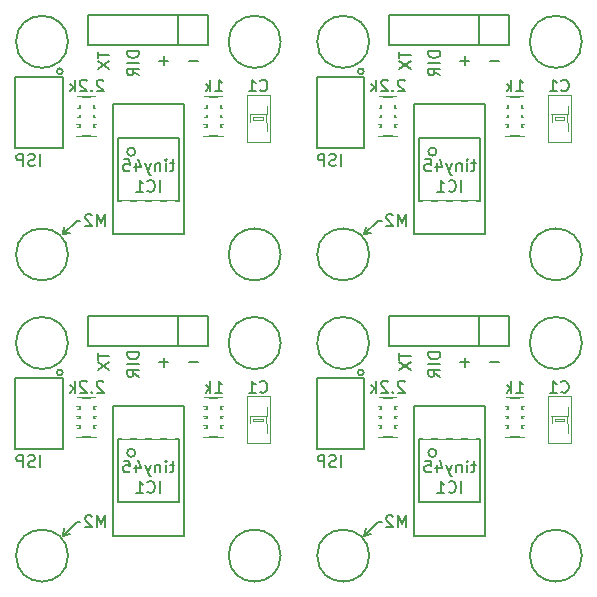
<source format=gbo>
G04 (created by PCBNEW (2013-03-02 BZR 3981)-testing) date Fri 08 Mar 2013 02:07:52 AM CET*
%MOIN*%
G04 Gerber Fmt 3.4, Leading zero omitted, Abs format*
%FSLAX34Y34*%
G01*
G70*
G90*
G04 APERTURE LIST*
%ADD10C,3.14961e-06*%
%ADD11C,0.00787402*%
%ADD12C,0.0019685*%
%ADD13C,0.00393701*%
%ADD14C,0.0026*%
%ADD15C,0.002*%
%ADD16C,0.004*%
%ADD17C,0.00590551*%
%ADD18C,0.019685*%
%ADD19C,0.0688976*%
%ADD20O,0.167323X0.167323*%
%ADD21C,0.0984252*%
%ADD22R,0.0511811X0.0511811*%
%ADD23C,0.0511811*%
%ADD24R,0.0649606X0.0649606*%
%ADD25C,0.0649606*%
%ADD26R,0.0275591X0.0866142*%
%ADD27R,0.059X0.0511*%
%ADD28R,0.0393701X0.0255906*%
%ADD29R,0.0393701X0.019685*%
G04 APERTURE END LIST*
G54D10*
G54D11*
X45359Y-18223D02*
X45209Y-18223D01*
X45303Y-18092D02*
X45303Y-18429D01*
X45284Y-18467D01*
X45247Y-18486D01*
X45209Y-18486D01*
X45078Y-18486D02*
X45078Y-18223D01*
X45078Y-18092D02*
X45097Y-18111D01*
X45078Y-18129D01*
X45059Y-18111D01*
X45078Y-18092D01*
X45078Y-18129D01*
X44891Y-18223D02*
X44891Y-18486D01*
X44891Y-18261D02*
X44872Y-18242D01*
X44835Y-18223D01*
X44778Y-18223D01*
X44741Y-18242D01*
X44722Y-18279D01*
X44722Y-18486D01*
X44572Y-18223D02*
X44478Y-18486D01*
X44385Y-18223D02*
X44478Y-18486D01*
X44516Y-18579D01*
X44535Y-18598D01*
X44572Y-18617D01*
X44066Y-18223D02*
X44066Y-18486D01*
X44160Y-18073D02*
X44253Y-18354D01*
X44010Y-18354D01*
X43672Y-18092D02*
X43860Y-18092D01*
X43878Y-18279D01*
X43860Y-18261D01*
X43822Y-18242D01*
X43728Y-18242D01*
X43691Y-18261D01*
X43672Y-18279D01*
X43653Y-18317D01*
X43653Y-18411D01*
X43672Y-18448D01*
X43691Y-18467D01*
X43728Y-18486D01*
X43822Y-18486D01*
X43860Y-18467D01*
X43878Y-18448D01*
X42106Y-20137D02*
X42224Y-20137D01*
X41633Y-20590D02*
X42106Y-20137D01*
X41633Y-20590D02*
X41870Y-20531D01*
X41633Y-20590D02*
X41692Y-20354D01*
X43035Y-20316D02*
X43035Y-19923D01*
X42904Y-20204D01*
X42772Y-19923D01*
X42772Y-20316D01*
X42604Y-19960D02*
X42585Y-19941D01*
X42547Y-19923D01*
X42454Y-19923D01*
X42416Y-19941D01*
X42397Y-19960D01*
X42379Y-19998D01*
X42379Y-20035D01*
X42397Y-20091D01*
X42622Y-20316D01*
X42379Y-20316D01*
X45834Y-14812D02*
X46134Y-14812D01*
X44850Y-14812D02*
X45149Y-14812D01*
X45000Y-14962D02*
X45000Y-14662D01*
X42797Y-14503D02*
X42797Y-14728D01*
X43190Y-14615D02*
X42797Y-14615D01*
X42797Y-14821D02*
X43190Y-15084D01*
X42797Y-15084D02*
X43190Y-14821D01*
X44175Y-14488D02*
X43781Y-14488D01*
X43781Y-14581D01*
X43800Y-14638D01*
X43837Y-14675D01*
X43875Y-14694D01*
X43950Y-14713D01*
X44006Y-14713D01*
X44081Y-14694D01*
X44118Y-14675D01*
X44156Y-14638D01*
X44175Y-14581D01*
X44175Y-14488D01*
X44175Y-14881D02*
X43781Y-14881D01*
X44175Y-15294D02*
X43987Y-15163D01*
X44175Y-15069D02*
X43781Y-15069D01*
X43781Y-15219D01*
X43800Y-15256D01*
X43818Y-15275D01*
X43856Y-15294D01*
X43912Y-15294D01*
X43950Y-15275D01*
X43968Y-15256D01*
X43987Y-15219D01*
X43987Y-15069D01*
X34135Y-14488D02*
X33742Y-14488D01*
X33742Y-14581D01*
X33760Y-14638D01*
X33798Y-14675D01*
X33835Y-14694D01*
X33910Y-14713D01*
X33967Y-14713D01*
X34041Y-14694D01*
X34079Y-14675D01*
X34116Y-14638D01*
X34135Y-14581D01*
X34135Y-14488D01*
X34135Y-14881D02*
X33742Y-14881D01*
X34135Y-15294D02*
X33948Y-15163D01*
X34135Y-15069D02*
X33742Y-15069D01*
X33742Y-15219D01*
X33760Y-15256D01*
X33779Y-15275D01*
X33817Y-15294D01*
X33873Y-15294D01*
X33910Y-15275D01*
X33929Y-15256D01*
X33948Y-15219D01*
X33948Y-15069D01*
X32757Y-14503D02*
X32757Y-14728D01*
X33151Y-14615D02*
X32757Y-14615D01*
X32757Y-14821D02*
X33151Y-15084D01*
X32757Y-15084D02*
X33151Y-14821D01*
X34810Y-14812D02*
X35110Y-14812D01*
X34960Y-14962D02*
X34960Y-14662D01*
X35794Y-14812D02*
X36094Y-14812D01*
X32995Y-20316D02*
X32995Y-19923D01*
X32864Y-20204D01*
X32733Y-19923D01*
X32733Y-20316D01*
X32564Y-19960D02*
X32545Y-19941D01*
X32508Y-19923D01*
X32414Y-19923D01*
X32377Y-19941D01*
X32358Y-19960D01*
X32339Y-19998D01*
X32339Y-20035D01*
X32358Y-20091D01*
X32583Y-20316D01*
X32339Y-20316D01*
X31594Y-20590D02*
X31653Y-20354D01*
X31594Y-20590D02*
X31830Y-20531D01*
X31594Y-20590D02*
X32066Y-20137D01*
X32066Y-20137D02*
X32185Y-20137D01*
X35320Y-18223D02*
X35170Y-18223D01*
X35264Y-18092D02*
X35264Y-18429D01*
X35245Y-18467D01*
X35208Y-18486D01*
X35170Y-18486D01*
X35039Y-18486D02*
X35039Y-18223D01*
X35039Y-18092D02*
X35058Y-18111D01*
X35039Y-18129D01*
X35020Y-18111D01*
X35039Y-18092D01*
X35039Y-18129D01*
X34851Y-18223D02*
X34851Y-18486D01*
X34851Y-18261D02*
X34833Y-18242D01*
X34795Y-18223D01*
X34739Y-18223D01*
X34701Y-18242D01*
X34683Y-18279D01*
X34683Y-18486D01*
X34533Y-18223D02*
X34439Y-18486D01*
X34345Y-18223D02*
X34439Y-18486D01*
X34476Y-18579D01*
X34495Y-18598D01*
X34533Y-18617D01*
X34026Y-18223D02*
X34026Y-18486D01*
X34120Y-18073D02*
X34214Y-18354D01*
X33970Y-18354D01*
X33633Y-18092D02*
X33820Y-18092D01*
X33839Y-18279D01*
X33820Y-18261D01*
X33783Y-18242D01*
X33689Y-18242D01*
X33652Y-18261D01*
X33633Y-18279D01*
X33614Y-18317D01*
X33614Y-18411D01*
X33633Y-18448D01*
X33652Y-18467D01*
X33689Y-18486D01*
X33783Y-18486D01*
X33820Y-18467D01*
X33839Y-18448D01*
X35320Y-28263D02*
X35170Y-28263D01*
X35264Y-28131D02*
X35264Y-28469D01*
X35245Y-28506D01*
X35208Y-28525D01*
X35170Y-28525D01*
X35039Y-28525D02*
X35039Y-28263D01*
X35039Y-28131D02*
X35058Y-28150D01*
X35039Y-28169D01*
X35020Y-28150D01*
X35039Y-28131D01*
X35039Y-28169D01*
X34851Y-28263D02*
X34851Y-28525D01*
X34851Y-28300D02*
X34833Y-28281D01*
X34795Y-28263D01*
X34739Y-28263D01*
X34701Y-28281D01*
X34683Y-28319D01*
X34683Y-28525D01*
X34533Y-28263D02*
X34439Y-28525D01*
X34345Y-28263D02*
X34439Y-28525D01*
X34476Y-28619D01*
X34495Y-28637D01*
X34533Y-28656D01*
X34026Y-28263D02*
X34026Y-28525D01*
X34120Y-28113D02*
X34214Y-28394D01*
X33970Y-28394D01*
X33633Y-28131D02*
X33820Y-28131D01*
X33839Y-28319D01*
X33820Y-28300D01*
X33783Y-28281D01*
X33689Y-28281D01*
X33652Y-28300D01*
X33633Y-28319D01*
X33614Y-28356D01*
X33614Y-28450D01*
X33633Y-28488D01*
X33652Y-28506D01*
X33689Y-28525D01*
X33783Y-28525D01*
X33820Y-28506D01*
X33839Y-28488D01*
X32066Y-30177D02*
X32185Y-30177D01*
X31594Y-30629D02*
X32066Y-30177D01*
X31594Y-30629D02*
X31830Y-30570D01*
X31594Y-30629D02*
X31653Y-30393D01*
X32995Y-30356D02*
X32995Y-29962D01*
X32864Y-30243D01*
X32733Y-29962D01*
X32733Y-30356D01*
X32564Y-30000D02*
X32545Y-29981D01*
X32508Y-29962D01*
X32414Y-29962D01*
X32377Y-29981D01*
X32358Y-30000D01*
X32339Y-30037D01*
X32339Y-30074D01*
X32358Y-30131D01*
X32583Y-30356D01*
X32339Y-30356D01*
X35794Y-24851D02*
X36094Y-24851D01*
X34810Y-24851D02*
X35110Y-24851D01*
X34960Y-25001D02*
X34960Y-24701D01*
X32757Y-24542D02*
X32757Y-24767D01*
X33151Y-24655D02*
X32757Y-24655D01*
X32757Y-24861D02*
X33151Y-25123D01*
X32757Y-25123D02*
X33151Y-24861D01*
X34135Y-24527D02*
X33742Y-24527D01*
X33742Y-24621D01*
X33760Y-24677D01*
X33798Y-24715D01*
X33835Y-24733D01*
X33910Y-24752D01*
X33967Y-24752D01*
X34041Y-24733D01*
X34079Y-24715D01*
X34116Y-24677D01*
X34135Y-24621D01*
X34135Y-24527D01*
X34135Y-24921D02*
X33742Y-24921D01*
X34135Y-25333D02*
X33948Y-25202D01*
X34135Y-25108D02*
X33742Y-25108D01*
X33742Y-25258D01*
X33760Y-25296D01*
X33779Y-25314D01*
X33817Y-25333D01*
X33873Y-25333D01*
X33910Y-25314D01*
X33929Y-25296D01*
X33948Y-25258D01*
X33948Y-25108D01*
X44175Y-24527D02*
X43781Y-24527D01*
X43781Y-24621D01*
X43800Y-24677D01*
X43837Y-24715D01*
X43875Y-24733D01*
X43950Y-24752D01*
X44006Y-24752D01*
X44081Y-24733D01*
X44118Y-24715D01*
X44156Y-24677D01*
X44175Y-24621D01*
X44175Y-24527D01*
X44175Y-24921D02*
X43781Y-24921D01*
X44175Y-25333D02*
X43987Y-25202D01*
X44175Y-25108D02*
X43781Y-25108D01*
X43781Y-25258D01*
X43800Y-25296D01*
X43818Y-25314D01*
X43856Y-25333D01*
X43912Y-25333D01*
X43950Y-25314D01*
X43968Y-25296D01*
X43987Y-25258D01*
X43987Y-25108D01*
X42797Y-24542D02*
X42797Y-24767D01*
X43190Y-24655D02*
X42797Y-24655D01*
X42797Y-24861D02*
X43190Y-25123D01*
X42797Y-25123D02*
X43190Y-24861D01*
X44850Y-24851D02*
X45149Y-24851D01*
X45000Y-25001D02*
X45000Y-24701D01*
X45834Y-24851D02*
X46134Y-24851D01*
X43035Y-30356D02*
X43035Y-29962D01*
X42904Y-30243D01*
X42772Y-29962D01*
X42772Y-30356D01*
X42604Y-30000D02*
X42585Y-29981D01*
X42547Y-29962D01*
X42454Y-29962D01*
X42416Y-29981D01*
X42397Y-30000D01*
X42379Y-30037D01*
X42379Y-30074D01*
X42397Y-30131D01*
X42622Y-30356D01*
X42379Y-30356D01*
X41633Y-30629D02*
X41692Y-30393D01*
X41633Y-30629D02*
X41870Y-30570D01*
X41633Y-30629D02*
X42106Y-30177D01*
X42106Y-30177D02*
X42224Y-30177D01*
X45359Y-28263D02*
X45209Y-28263D01*
X45303Y-28131D02*
X45303Y-28469D01*
X45284Y-28506D01*
X45247Y-28525D01*
X45209Y-28525D01*
X45078Y-28525D02*
X45078Y-28263D01*
X45078Y-28131D02*
X45097Y-28150D01*
X45078Y-28169D01*
X45059Y-28150D01*
X45078Y-28131D01*
X45078Y-28169D01*
X44891Y-28263D02*
X44891Y-28525D01*
X44891Y-28300D02*
X44872Y-28281D01*
X44835Y-28263D01*
X44778Y-28263D01*
X44741Y-28281D01*
X44722Y-28319D01*
X44722Y-28525D01*
X44572Y-28263D02*
X44478Y-28525D01*
X44385Y-28263D02*
X44478Y-28525D01*
X44516Y-28619D01*
X44535Y-28637D01*
X44572Y-28656D01*
X44066Y-28263D02*
X44066Y-28525D01*
X44160Y-28113D02*
X44253Y-28394D01*
X44010Y-28394D01*
X43672Y-28131D02*
X43860Y-28131D01*
X43878Y-28319D01*
X43860Y-28300D01*
X43822Y-28281D01*
X43728Y-28281D01*
X43691Y-28300D01*
X43672Y-28319D01*
X43653Y-28356D01*
X43653Y-28450D01*
X43672Y-28488D01*
X43691Y-28506D01*
X43728Y-28525D01*
X43822Y-28525D01*
X43860Y-28506D01*
X43878Y-28488D01*
X48897Y-21259D02*
G75*
G03X48897Y-21259I-866J0D01*
G74*
G01*
X41811Y-21259D02*
G75*
G03X41811Y-21259I-866J0D01*
G74*
G01*
X41811Y-14173D02*
G75*
G03X41811Y-14173I-866J0D01*
G74*
G01*
X48899Y-14173D02*
G75*
G03X48899Y-14173I-868J0D01*
G74*
G01*
G54D12*
X41141Y-17224D02*
X41141Y-17421D01*
X41141Y-17421D02*
X41338Y-17421D01*
X41338Y-17421D02*
X41338Y-17224D01*
X41338Y-17224D02*
X41141Y-17224D01*
X41141Y-16437D02*
X41141Y-16633D01*
X41141Y-16633D02*
X41338Y-16633D01*
X41338Y-16633D02*
X41338Y-16437D01*
X41338Y-16437D02*
X41141Y-16437D01*
X41141Y-15649D02*
X41141Y-15846D01*
X41141Y-15846D02*
X41338Y-15846D01*
X41338Y-15846D02*
X41338Y-15649D01*
X41338Y-15649D02*
X41141Y-15649D01*
X40354Y-17224D02*
X40354Y-17421D01*
X40354Y-17421D02*
X40551Y-17421D01*
X40551Y-17421D02*
X40551Y-17224D01*
X40551Y-17224D02*
X40354Y-17224D01*
X40354Y-16437D02*
X40354Y-16633D01*
X40354Y-16633D02*
X40551Y-16633D01*
X40551Y-16633D02*
X40551Y-16437D01*
X40551Y-16437D02*
X40354Y-16437D01*
X40354Y-15649D02*
X40354Y-15846D01*
X40354Y-15846D02*
X40551Y-15846D01*
X40551Y-15846D02*
X40551Y-15649D01*
X40551Y-15649D02*
X40354Y-15649D01*
G54D11*
X41633Y-15157D02*
G75*
G03X41633Y-15157I-98J0D01*
G74*
G01*
X40059Y-15354D02*
X40059Y-17716D01*
X40059Y-17716D02*
X41633Y-17716D01*
X41633Y-17716D02*
X41633Y-15354D01*
X41633Y-15354D02*
X40059Y-15354D01*
X45488Y-14279D02*
X45488Y-13279D01*
X46488Y-14279D02*
X42488Y-14279D01*
X42488Y-14279D02*
X42488Y-13279D01*
X42488Y-13279D02*
X46488Y-13279D01*
X46488Y-13279D02*
X46488Y-14279D01*
X44055Y-17834D02*
G75*
G03X44055Y-17834I-137J0D01*
G74*
G01*
X43307Y-20590D02*
X45669Y-20590D01*
X45669Y-20590D02*
X45669Y-16259D01*
X45669Y-16259D02*
X43307Y-16259D01*
X43307Y-16259D02*
X43307Y-20590D01*
G54D13*
X43813Y-17375D02*
X43813Y-16825D01*
X43813Y-16825D02*
X43663Y-16825D01*
X43663Y-16825D02*
X43663Y-17375D01*
X44313Y-17375D02*
X44313Y-16825D01*
X44313Y-16825D02*
X44163Y-16825D01*
X44163Y-16825D02*
X44163Y-17375D01*
X44813Y-17375D02*
X44813Y-16825D01*
X44813Y-16825D02*
X44663Y-16825D01*
X44663Y-16825D02*
X44663Y-17375D01*
X45313Y-17375D02*
X45313Y-16825D01*
X45313Y-16825D02*
X45163Y-16825D01*
X45163Y-16825D02*
X45163Y-17375D01*
X43663Y-19475D02*
X43663Y-20025D01*
X43663Y-20025D02*
X43813Y-20025D01*
X43813Y-20025D02*
X43813Y-19475D01*
X44163Y-19475D02*
X44163Y-20025D01*
X44163Y-20025D02*
X44313Y-20025D01*
X44313Y-20025D02*
X44313Y-19475D01*
X44663Y-19475D02*
X44663Y-20025D01*
X44663Y-20025D02*
X44813Y-20025D01*
X44813Y-20025D02*
X44813Y-19475D01*
X45163Y-20025D02*
X45313Y-20025D01*
X45163Y-19475D02*
X45163Y-20025D01*
X45313Y-20025D02*
X45313Y-19475D01*
G54D11*
X45511Y-19468D02*
X45511Y-17381D01*
X45511Y-17381D02*
X43464Y-17381D01*
X43464Y-17381D02*
X43464Y-19468D01*
X43464Y-19468D02*
X45511Y-19468D01*
G54D14*
X47864Y-17161D02*
X47864Y-16866D01*
X47864Y-16866D02*
X48434Y-16866D01*
X48434Y-17161D02*
X48434Y-16866D01*
X47864Y-17161D02*
X48434Y-17161D01*
X47864Y-16592D02*
X47864Y-16297D01*
X47864Y-16297D02*
X48434Y-16297D01*
X48434Y-16592D02*
X48434Y-16297D01*
X47864Y-16592D02*
X48434Y-16592D01*
X47992Y-16771D02*
X47992Y-16693D01*
X47992Y-16693D02*
X48306Y-16693D01*
X48306Y-16771D02*
X48306Y-16693D01*
X47992Y-16771D02*
X48306Y-16771D01*
G54D15*
X48536Y-17508D02*
X48536Y-15956D01*
X47762Y-15956D02*
X47762Y-17508D01*
X47762Y-17508D02*
X48536Y-17508D01*
G54D16*
X48408Y-16882D02*
X48408Y-16582D01*
X47890Y-16872D02*
X47890Y-16582D01*
G54D15*
X48536Y-15956D02*
X47762Y-15956D01*
G54D17*
X46358Y-16259D02*
X46358Y-16003D01*
X46358Y-16594D02*
X46358Y-16397D01*
X46358Y-16909D02*
X46358Y-16712D01*
X46358Y-17303D02*
X46358Y-17047D01*
X46988Y-16259D02*
X46988Y-16003D01*
X46988Y-16594D02*
X46988Y-16397D01*
X46988Y-16909D02*
X46988Y-16712D01*
X46988Y-17303D02*
X46988Y-17047D01*
X46358Y-16397D02*
X46437Y-16397D01*
X46437Y-16397D02*
X46437Y-16259D01*
X46437Y-16259D02*
X46358Y-16259D01*
X46358Y-16712D02*
X46437Y-16712D01*
X46437Y-16712D02*
X46437Y-16594D01*
X46437Y-16594D02*
X46358Y-16594D01*
X46358Y-17047D02*
X46437Y-17047D01*
X46437Y-17047D02*
X46437Y-16909D01*
X46437Y-16909D02*
X46358Y-16909D01*
X46988Y-16397D02*
X46909Y-16397D01*
X46909Y-16397D02*
X46909Y-16259D01*
X46909Y-16259D02*
X46988Y-16259D01*
X46988Y-16712D02*
X46909Y-16712D01*
X46909Y-16712D02*
X46909Y-16594D01*
X46909Y-16594D02*
X46988Y-16594D01*
X46988Y-17047D02*
X46909Y-17047D01*
X46909Y-17047D02*
X46909Y-16909D01*
X46909Y-16909D02*
X46988Y-16909D01*
X46988Y-16003D02*
X46358Y-16003D01*
X46358Y-17303D02*
X46988Y-17303D01*
X42755Y-17047D02*
X42755Y-17303D01*
X42755Y-16712D02*
X42755Y-16909D01*
X42755Y-16397D02*
X42755Y-16594D01*
X42755Y-16003D02*
X42755Y-16259D01*
X42125Y-17047D02*
X42125Y-17303D01*
X42125Y-16712D02*
X42125Y-16909D01*
X42125Y-16397D02*
X42125Y-16594D01*
X42125Y-16003D02*
X42125Y-16259D01*
X42755Y-16909D02*
X42677Y-16909D01*
X42677Y-16909D02*
X42677Y-17047D01*
X42677Y-17047D02*
X42755Y-17047D01*
X42755Y-16594D02*
X42677Y-16594D01*
X42677Y-16594D02*
X42677Y-16712D01*
X42677Y-16712D02*
X42755Y-16712D01*
X42755Y-16259D02*
X42677Y-16259D01*
X42677Y-16259D02*
X42677Y-16397D01*
X42677Y-16397D02*
X42755Y-16397D01*
X42125Y-16909D02*
X42204Y-16909D01*
X42204Y-16909D02*
X42204Y-17047D01*
X42204Y-17047D02*
X42125Y-17047D01*
X42125Y-16594D02*
X42204Y-16594D01*
X42204Y-16594D02*
X42204Y-16712D01*
X42204Y-16712D02*
X42125Y-16712D01*
X42125Y-16259D02*
X42204Y-16259D01*
X42204Y-16259D02*
X42204Y-16397D01*
X42204Y-16397D02*
X42125Y-16397D01*
X42125Y-17303D02*
X42755Y-17303D01*
X42755Y-16003D02*
X42125Y-16003D01*
X32716Y-17047D02*
X32716Y-17303D01*
X32716Y-16712D02*
X32716Y-16909D01*
X32716Y-16397D02*
X32716Y-16594D01*
X32716Y-16003D02*
X32716Y-16259D01*
X32086Y-17047D02*
X32086Y-17303D01*
X32086Y-16712D02*
X32086Y-16909D01*
X32086Y-16397D02*
X32086Y-16594D01*
X32086Y-16003D02*
X32086Y-16259D01*
X32716Y-16909D02*
X32637Y-16909D01*
X32637Y-16909D02*
X32637Y-17047D01*
X32637Y-17047D02*
X32716Y-17047D01*
X32716Y-16594D02*
X32637Y-16594D01*
X32637Y-16594D02*
X32637Y-16712D01*
X32637Y-16712D02*
X32716Y-16712D01*
X32716Y-16259D02*
X32637Y-16259D01*
X32637Y-16259D02*
X32637Y-16397D01*
X32637Y-16397D02*
X32716Y-16397D01*
X32086Y-16909D02*
X32165Y-16909D01*
X32165Y-16909D02*
X32165Y-17047D01*
X32165Y-17047D02*
X32086Y-17047D01*
X32086Y-16594D02*
X32165Y-16594D01*
X32165Y-16594D02*
X32165Y-16712D01*
X32165Y-16712D02*
X32086Y-16712D01*
X32086Y-16259D02*
X32165Y-16259D01*
X32165Y-16259D02*
X32165Y-16397D01*
X32165Y-16397D02*
X32086Y-16397D01*
X32086Y-17303D02*
X32716Y-17303D01*
X32716Y-16003D02*
X32086Y-16003D01*
X36318Y-16259D02*
X36318Y-16003D01*
X36318Y-16594D02*
X36318Y-16397D01*
X36318Y-16909D02*
X36318Y-16712D01*
X36318Y-17303D02*
X36318Y-17047D01*
X36948Y-16259D02*
X36948Y-16003D01*
X36948Y-16594D02*
X36948Y-16397D01*
X36948Y-16909D02*
X36948Y-16712D01*
X36948Y-17303D02*
X36948Y-17047D01*
X36318Y-16397D02*
X36397Y-16397D01*
X36397Y-16397D02*
X36397Y-16259D01*
X36397Y-16259D02*
X36318Y-16259D01*
X36318Y-16712D02*
X36397Y-16712D01*
X36397Y-16712D02*
X36397Y-16594D01*
X36397Y-16594D02*
X36318Y-16594D01*
X36318Y-17047D02*
X36397Y-17047D01*
X36397Y-17047D02*
X36397Y-16909D01*
X36397Y-16909D02*
X36318Y-16909D01*
X36948Y-16397D02*
X36870Y-16397D01*
X36870Y-16397D02*
X36870Y-16259D01*
X36870Y-16259D02*
X36948Y-16259D01*
X36948Y-16712D02*
X36870Y-16712D01*
X36870Y-16712D02*
X36870Y-16594D01*
X36870Y-16594D02*
X36948Y-16594D01*
X36948Y-17047D02*
X36870Y-17047D01*
X36870Y-17047D02*
X36870Y-16909D01*
X36870Y-16909D02*
X36948Y-16909D01*
X36948Y-16003D02*
X36318Y-16003D01*
X36318Y-17303D02*
X36948Y-17303D01*
G54D14*
X37825Y-17161D02*
X37825Y-16866D01*
X37825Y-16866D02*
X38395Y-16866D01*
X38395Y-17161D02*
X38395Y-16866D01*
X37825Y-17161D02*
X38395Y-17161D01*
X37825Y-16592D02*
X37825Y-16297D01*
X37825Y-16297D02*
X38395Y-16297D01*
X38395Y-16592D02*
X38395Y-16297D01*
X37825Y-16592D02*
X38395Y-16592D01*
X37953Y-16771D02*
X37953Y-16693D01*
X37953Y-16693D02*
X38267Y-16693D01*
X38267Y-16771D02*
X38267Y-16693D01*
X37953Y-16771D02*
X38267Y-16771D01*
G54D15*
X38497Y-17508D02*
X38497Y-15956D01*
X37723Y-15956D02*
X37723Y-17508D01*
X37723Y-17508D02*
X38497Y-17508D01*
G54D16*
X38369Y-16882D02*
X38369Y-16582D01*
X37851Y-16872D02*
X37851Y-16582D01*
G54D15*
X38497Y-15956D02*
X37723Y-15956D01*
G54D11*
X34015Y-17834D02*
G75*
G03X34015Y-17834I-137J0D01*
G74*
G01*
X33267Y-20590D02*
X35629Y-20590D01*
X35629Y-20590D02*
X35629Y-16259D01*
X35629Y-16259D02*
X33267Y-16259D01*
X33267Y-16259D02*
X33267Y-20590D01*
G54D13*
X33773Y-17375D02*
X33773Y-16825D01*
X33773Y-16825D02*
X33623Y-16825D01*
X33623Y-16825D02*
X33623Y-17375D01*
X34273Y-17375D02*
X34273Y-16825D01*
X34273Y-16825D02*
X34123Y-16825D01*
X34123Y-16825D02*
X34123Y-17375D01*
X34773Y-17375D02*
X34773Y-16825D01*
X34773Y-16825D02*
X34623Y-16825D01*
X34623Y-16825D02*
X34623Y-17375D01*
X35273Y-17375D02*
X35273Y-16825D01*
X35273Y-16825D02*
X35123Y-16825D01*
X35123Y-16825D02*
X35123Y-17375D01*
X33623Y-19475D02*
X33623Y-20025D01*
X33623Y-20025D02*
X33773Y-20025D01*
X33773Y-20025D02*
X33773Y-19475D01*
X34123Y-19475D02*
X34123Y-20025D01*
X34123Y-20025D02*
X34273Y-20025D01*
X34273Y-20025D02*
X34273Y-19475D01*
X34623Y-19475D02*
X34623Y-20025D01*
X34623Y-20025D02*
X34773Y-20025D01*
X34773Y-20025D02*
X34773Y-19475D01*
X35123Y-20025D02*
X35273Y-20025D01*
X35123Y-19475D02*
X35123Y-20025D01*
X35273Y-20025D02*
X35273Y-19475D01*
G54D11*
X35472Y-19468D02*
X35472Y-17381D01*
X35472Y-17381D02*
X33425Y-17381D01*
X33425Y-17381D02*
X33425Y-19468D01*
X33425Y-19468D02*
X35472Y-19468D01*
X35448Y-14279D02*
X35448Y-13279D01*
X36448Y-14279D02*
X32448Y-14279D01*
X32448Y-14279D02*
X32448Y-13279D01*
X32448Y-13279D02*
X36448Y-13279D01*
X36448Y-13279D02*
X36448Y-14279D01*
G54D12*
X31102Y-17224D02*
X31102Y-17421D01*
X31102Y-17421D02*
X31299Y-17421D01*
X31299Y-17421D02*
X31299Y-17224D01*
X31299Y-17224D02*
X31102Y-17224D01*
X31102Y-16437D02*
X31102Y-16633D01*
X31102Y-16633D02*
X31299Y-16633D01*
X31299Y-16633D02*
X31299Y-16437D01*
X31299Y-16437D02*
X31102Y-16437D01*
X31102Y-15649D02*
X31102Y-15846D01*
X31102Y-15846D02*
X31299Y-15846D01*
X31299Y-15846D02*
X31299Y-15649D01*
X31299Y-15649D02*
X31102Y-15649D01*
X30314Y-17224D02*
X30314Y-17421D01*
X30314Y-17421D02*
X30511Y-17421D01*
X30511Y-17421D02*
X30511Y-17224D01*
X30511Y-17224D02*
X30314Y-17224D01*
X30314Y-16437D02*
X30314Y-16633D01*
X30314Y-16633D02*
X30511Y-16633D01*
X30511Y-16633D02*
X30511Y-16437D01*
X30511Y-16437D02*
X30314Y-16437D01*
X30314Y-15649D02*
X30314Y-15846D01*
X30314Y-15846D02*
X30511Y-15846D01*
X30511Y-15846D02*
X30511Y-15649D01*
X30511Y-15649D02*
X30314Y-15649D01*
G54D11*
X31594Y-15157D02*
G75*
G03X31594Y-15157I-98J0D01*
G74*
G01*
X30019Y-15354D02*
X30019Y-17716D01*
X30019Y-17716D02*
X31594Y-17716D01*
X31594Y-17716D02*
X31594Y-15354D01*
X31594Y-15354D02*
X30019Y-15354D01*
X38860Y-14173D02*
G75*
G03X38860Y-14173I-868J0D01*
G74*
G01*
X31771Y-14173D02*
G75*
G03X31771Y-14173I-866J0D01*
G74*
G01*
X31771Y-21259D02*
G75*
G03X31771Y-21259I-866J0D01*
G74*
G01*
X38858Y-21259D02*
G75*
G03X38858Y-21259I-866J0D01*
G74*
G01*
X38858Y-31299D02*
G75*
G03X38858Y-31299I-866J0D01*
G74*
G01*
X31771Y-31299D02*
G75*
G03X31771Y-31299I-866J0D01*
G74*
G01*
X31771Y-24212D02*
G75*
G03X31771Y-24212I-866J0D01*
G74*
G01*
X38860Y-24212D02*
G75*
G03X38860Y-24212I-868J0D01*
G74*
G01*
G54D12*
X31102Y-27263D02*
X31102Y-27460D01*
X31102Y-27460D02*
X31299Y-27460D01*
X31299Y-27460D02*
X31299Y-27263D01*
X31299Y-27263D02*
X31102Y-27263D01*
X31102Y-26476D02*
X31102Y-26673D01*
X31102Y-26673D02*
X31299Y-26673D01*
X31299Y-26673D02*
X31299Y-26476D01*
X31299Y-26476D02*
X31102Y-26476D01*
X31102Y-25688D02*
X31102Y-25885D01*
X31102Y-25885D02*
X31299Y-25885D01*
X31299Y-25885D02*
X31299Y-25688D01*
X31299Y-25688D02*
X31102Y-25688D01*
X30314Y-27263D02*
X30314Y-27460D01*
X30314Y-27460D02*
X30511Y-27460D01*
X30511Y-27460D02*
X30511Y-27263D01*
X30511Y-27263D02*
X30314Y-27263D01*
X30314Y-26476D02*
X30314Y-26673D01*
X30314Y-26673D02*
X30511Y-26673D01*
X30511Y-26673D02*
X30511Y-26476D01*
X30511Y-26476D02*
X30314Y-26476D01*
X30314Y-25688D02*
X30314Y-25885D01*
X30314Y-25885D02*
X30511Y-25885D01*
X30511Y-25885D02*
X30511Y-25688D01*
X30511Y-25688D02*
X30314Y-25688D01*
G54D11*
X31594Y-25196D02*
G75*
G03X31594Y-25196I-98J0D01*
G74*
G01*
X30019Y-25393D02*
X30019Y-27755D01*
X30019Y-27755D02*
X31594Y-27755D01*
X31594Y-27755D02*
X31594Y-25393D01*
X31594Y-25393D02*
X30019Y-25393D01*
X35448Y-24318D02*
X35448Y-23318D01*
X36448Y-24318D02*
X32448Y-24318D01*
X32448Y-24318D02*
X32448Y-23318D01*
X32448Y-23318D02*
X36448Y-23318D01*
X36448Y-23318D02*
X36448Y-24318D01*
X34015Y-27874D02*
G75*
G03X34015Y-27874I-137J0D01*
G74*
G01*
X33267Y-30629D02*
X35629Y-30629D01*
X35629Y-30629D02*
X35629Y-26299D01*
X35629Y-26299D02*
X33267Y-26299D01*
X33267Y-26299D02*
X33267Y-30629D01*
G54D13*
X33773Y-27414D02*
X33773Y-26864D01*
X33773Y-26864D02*
X33623Y-26864D01*
X33623Y-26864D02*
X33623Y-27414D01*
X34273Y-27414D02*
X34273Y-26864D01*
X34273Y-26864D02*
X34123Y-26864D01*
X34123Y-26864D02*
X34123Y-27414D01*
X34773Y-27414D02*
X34773Y-26864D01*
X34773Y-26864D02*
X34623Y-26864D01*
X34623Y-26864D02*
X34623Y-27414D01*
X35273Y-27414D02*
X35273Y-26864D01*
X35273Y-26864D02*
X35123Y-26864D01*
X35123Y-26864D02*
X35123Y-27414D01*
X33623Y-29514D02*
X33623Y-30064D01*
X33623Y-30064D02*
X33773Y-30064D01*
X33773Y-30064D02*
X33773Y-29514D01*
X34123Y-29514D02*
X34123Y-30064D01*
X34123Y-30064D02*
X34273Y-30064D01*
X34273Y-30064D02*
X34273Y-29514D01*
X34623Y-29514D02*
X34623Y-30064D01*
X34623Y-30064D02*
X34773Y-30064D01*
X34773Y-30064D02*
X34773Y-29514D01*
X35123Y-30064D02*
X35273Y-30064D01*
X35123Y-29514D02*
X35123Y-30064D01*
X35273Y-30064D02*
X35273Y-29514D01*
G54D11*
X35472Y-29507D02*
X35472Y-27421D01*
X35472Y-27421D02*
X33425Y-27421D01*
X33425Y-27421D02*
X33425Y-29507D01*
X33425Y-29507D02*
X35472Y-29507D01*
G54D14*
X37825Y-27200D02*
X37825Y-26905D01*
X37825Y-26905D02*
X38395Y-26905D01*
X38395Y-27200D02*
X38395Y-26905D01*
X37825Y-27200D02*
X38395Y-27200D01*
X37825Y-26631D02*
X37825Y-26336D01*
X37825Y-26336D02*
X38395Y-26336D01*
X38395Y-26631D02*
X38395Y-26336D01*
X37825Y-26631D02*
X38395Y-26631D01*
X37953Y-26810D02*
X37953Y-26732D01*
X37953Y-26732D02*
X38267Y-26732D01*
X38267Y-26810D02*
X38267Y-26732D01*
X37953Y-26810D02*
X38267Y-26810D01*
G54D15*
X38497Y-27547D02*
X38497Y-25995D01*
X37723Y-25995D02*
X37723Y-27547D01*
X37723Y-27547D02*
X38497Y-27547D01*
G54D16*
X38369Y-26921D02*
X38369Y-26621D01*
X37851Y-26911D02*
X37851Y-26621D01*
G54D15*
X38497Y-25995D02*
X37723Y-25995D01*
G54D17*
X36318Y-26299D02*
X36318Y-26043D01*
X36318Y-26633D02*
X36318Y-26437D01*
X36318Y-26948D02*
X36318Y-26751D01*
X36318Y-27342D02*
X36318Y-27086D01*
X36948Y-26299D02*
X36948Y-26043D01*
X36948Y-26633D02*
X36948Y-26437D01*
X36948Y-26948D02*
X36948Y-26751D01*
X36948Y-27342D02*
X36948Y-27086D01*
X36318Y-26437D02*
X36397Y-26437D01*
X36397Y-26437D02*
X36397Y-26299D01*
X36397Y-26299D02*
X36318Y-26299D01*
X36318Y-26751D02*
X36397Y-26751D01*
X36397Y-26751D02*
X36397Y-26633D01*
X36397Y-26633D02*
X36318Y-26633D01*
X36318Y-27086D02*
X36397Y-27086D01*
X36397Y-27086D02*
X36397Y-26948D01*
X36397Y-26948D02*
X36318Y-26948D01*
X36948Y-26437D02*
X36870Y-26437D01*
X36870Y-26437D02*
X36870Y-26299D01*
X36870Y-26299D02*
X36948Y-26299D01*
X36948Y-26751D02*
X36870Y-26751D01*
X36870Y-26751D02*
X36870Y-26633D01*
X36870Y-26633D02*
X36948Y-26633D01*
X36948Y-27086D02*
X36870Y-27086D01*
X36870Y-27086D02*
X36870Y-26948D01*
X36870Y-26948D02*
X36948Y-26948D01*
X36948Y-26043D02*
X36318Y-26043D01*
X36318Y-27342D02*
X36948Y-27342D01*
X32716Y-27086D02*
X32716Y-27342D01*
X32716Y-26751D02*
X32716Y-26948D01*
X32716Y-26437D02*
X32716Y-26633D01*
X32716Y-26043D02*
X32716Y-26299D01*
X32086Y-27086D02*
X32086Y-27342D01*
X32086Y-26751D02*
X32086Y-26948D01*
X32086Y-26437D02*
X32086Y-26633D01*
X32086Y-26043D02*
X32086Y-26299D01*
X32716Y-26948D02*
X32637Y-26948D01*
X32637Y-26948D02*
X32637Y-27086D01*
X32637Y-27086D02*
X32716Y-27086D01*
X32716Y-26633D02*
X32637Y-26633D01*
X32637Y-26633D02*
X32637Y-26751D01*
X32637Y-26751D02*
X32716Y-26751D01*
X32716Y-26299D02*
X32637Y-26299D01*
X32637Y-26299D02*
X32637Y-26437D01*
X32637Y-26437D02*
X32716Y-26437D01*
X32086Y-26948D02*
X32165Y-26948D01*
X32165Y-26948D02*
X32165Y-27086D01*
X32165Y-27086D02*
X32086Y-27086D01*
X32086Y-26633D02*
X32165Y-26633D01*
X32165Y-26633D02*
X32165Y-26751D01*
X32165Y-26751D02*
X32086Y-26751D01*
X32086Y-26299D02*
X32165Y-26299D01*
X32165Y-26299D02*
X32165Y-26437D01*
X32165Y-26437D02*
X32086Y-26437D01*
X32086Y-27342D02*
X32716Y-27342D01*
X32716Y-26043D02*
X32086Y-26043D01*
X42755Y-27086D02*
X42755Y-27342D01*
X42755Y-26751D02*
X42755Y-26948D01*
X42755Y-26437D02*
X42755Y-26633D01*
X42755Y-26043D02*
X42755Y-26299D01*
X42125Y-27086D02*
X42125Y-27342D01*
X42125Y-26751D02*
X42125Y-26948D01*
X42125Y-26437D02*
X42125Y-26633D01*
X42125Y-26043D02*
X42125Y-26299D01*
X42755Y-26948D02*
X42677Y-26948D01*
X42677Y-26948D02*
X42677Y-27086D01*
X42677Y-27086D02*
X42755Y-27086D01*
X42755Y-26633D02*
X42677Y-26633D01*
X42677Y-26633D02*
X42677Y-26751D01*
X42677Y-26751D02*
X42755Y-26751D01*
X42755Y-26299D02*
X42677Y-26299D01*
X42677Y-26299D02*
X42677Y-26437D01*
X42677Y-26437D02*
X42755Y-26437D01*
X42125Y-26948D02*
X42204Y-26948D01*
X42204Y-26948D02*
X42204Y-27086D01*
X42204Y-27086D02*
X42125Y-27086D01*
X42125Y-26633D02*
X42204Y-26633D01*
X42204Y-26633D02*
X42204Y-26751D01*
X42204Y-26751D02*
X42125Y-26751D01*
X42125Y-26299D02*
X42204Y-26299D01*
X42204Y-26299D02*
X42204Y-26437D01*
X42204Y-26437D02*
X42125Y-26437D01*
X42125Y-27342D02*
X42755Y-27342D01*
X42755Y-26043D02*
X42125Y-26043D01*
X46358Y-26299D02*
X46358Y-26043D01*
X46358Y-26633D02*
X46358Y-26437D01*
X46358Y-26948D02*
X46358Y-26751D01*
X46358Y-27342D02*
X46358Y-27086D01*
X46988Y-26299D02*
X46988Y-26043D01*
X46988Y-26633D02*
X46988Y-26437D01*
X46988Y-26948D02*
X46988Y-26751D01*
X46988Y-27342D02*
X46988Y-27086D01*
X46358Y-26437D02*
X46437Y-26437D01*
X46437Y-26437D02*
X46437Y-26299D01*
X46437Y-26299D02*
X46358Y-26299D01*
X46358Y-26751D02*
X46437Y-26751D01*
X46437Y-26751D02*
X46437Y-26633D01*
X46437Y-26633D02*
X46358Y-26633D01*
X46358Y-27086D02*
X46437Y-27086D01*
X46437Y-27086D02*
X46437Y-26948D01*
X46437Y-26948D02*
X46358Y-26948D01*
X46988Y-26437D02*
X46909Y-26437D01*
X46909Y-26437D02*
X46909Y-26299D01*
X46909Y-26299D02*
X46988Y-26299D01*
X46988Y-26751D02*
X46909Y-26751D01*
X46909Y-26751D02*
X46909Y-26633D01*
X46909Y-26633D02*
X46988Y-26633D01*
X46988Y-27086D02*
X46909Y-27086D01*
X46909Y-27086D02*
X46909Y-26948D01*
X46909Y-26948D02*
X46988Y-26948D01*
X46988Y-26043D02*
X46358Y-26043D01*
X46358Y-27342D02*
X46988Y-27342D01*
G54D14*
X47864Y-27200D02*
X47864Y-26905D01*
X47864Y-26905D02*
X48434Y-26905D01*
X48434Y-27200D02*
X48434Y-26905D01*
X47864Y-27200D02*
X48434Y-27200D01*
X47864Y-26631D02*
X47864Y-26336D01*
X47864Y-26336D02*
X48434Y-26336D01*
X48434Y-26631D02*
X48434Y-26336D01*
X47864Y-26631D02*
X48434Y-26631D01*
X47992Y-26810D02*
X47992Y-26732D01*
X47992Y-26732D02*
X48306Y-26732D01*
X48306Y-26810D02*
X48306Y-26732D01*
X47992Y-26810D02*
X48306Y-26810D01*
G54D15*
X48536Y-27547D02*
X48536Y-25995D01*
X47762Y-25995D02*
X47762Y-27547D01*
X47762Y-27547D02*
X48536Y-27547D01*
G54D16*
X48408Y-26921D02*
X48408Y-26621D01*
X47890Y-26911D02*
X47890Y-26621D01*
G54D15*
X48536Y-25995D02*
X47762Y-25995D01*
G54D11*
X44055Y-27874D02*
G75*
G03X44055Y-27874I-137J0D01*
G74*
G01*
X43307Y-30629D02*
X45669Y-30629D01*
X45669Y-30629D02*
X45669Y-26299D01*
X45669Y-26299D02*
X43307Y-26299D01*
X43307Y-26299D02*
X43307Y-30629D01*
G54D13*
X43813Y-27414D02*
X43813Y-26864D01*
X43813Y-26864D02*
X43663Y-26864D01*
X43663Y-26864D02*
X43663Y-27414D01*
X44313Y-27414D02*
X44313Y-26864D01*
X44313Y-26864D02*
X44163Y-26864D01*
X44163Y-26864D02*
X44163Y-27414D01*
X44813Y-27414D02*
X44813Y-26864D01*
X44813Y-26864D02*
X44663Y-26864D01*
X44663Y-26864D02*
X44663Y-27414D01*
X45313Y-27414D02*
X45313Y-26864D01*
X45313Y-26864D02*
X45163Y-26864D01*
X45163Y-26864D02*
X45163Y-27414D01*
X43663Y-29514D02*
X43663Y-30064D01*
X43663Y-30064D02*
X43813Y-30064D01*
X43813Y-30064D02*
X43813Y-29514D01*
X44163Y-29514D02*
X44163Y-30064D01*
X44163Y-30064D02*
X44313Y-30064D01*
X44313Y-30064D02*
X44313Y-29514D01*
X44663Y-29514D02*
X44663Y-30064D01*
X44663Y-30064D02*
X44813Y-30064D01*
X44813Y-30064D02*
X44813Y-29514D01*
X45163Y-30064D02*
X45313Y-30064D01*
X45163Y-29514D02*
X45163Y-30064D01*
X45313Y-30064D02*
X45313Y-29514D01*
G54D11*
X45511Y-29507D02*
X45511Y-27421D01*
X45511Y-27421D02*
X43464Y-27421D01*
X43464Y-27421D02*
X43464Y-29507D01*
X43464Y-29507D02*
X45511Y-29507D01*
X45488Y-24318D02*
X45488Y-23318D01*
X46488Y-24318D02*
X42488Y-24318D01*
X42488Y-24318D02*
X42488Y-23318D01*
X42488Y-23318D02*
X46488Y-23318D01*
X46488Y-23318D02*
X46488Y-24318D01*
G54D12*
X41141Y-27263D02*
X41141Y-27460D01*
X41141Y-27460D02*
X41338Y-27460D01*
X41338Y-27460D02*
X41338Y-27263D01*
X41338Y-27263D02*
X41141Y-27263D01*
X41141Y-26476D02*
X41141Y-26673D01*
X41141Y-26673D02*
X41338Y-26673D01*
X41338Y-26673D02*
X41338Y-26476D01*
X41338Y-26476D02*
X41141Y-26476D01*
X41141Y-25688D02*
X41141Y-25885D01*
X41141Y-25885D02*
X41338Y-25885D01*
X41338Y-25885D02*
X41338Y-25688D01*
X41338Y-25688D02*
X41141Y-25688D01*
X40354Y-27263D02*
X40354Y-27460D01*
X40354Y-27460D02*
X40551Y-27460D01*
X40551Y-27460D02*
X40551Y-27263D01*
X40551Y-27263D02*
X40354Y-27263D01*
X40354Y-26476D02*
X40354Y-26673D01*
X40354Y-26673D02*
X40551Y-26673D01*
X40551Y-26673D02*
X40551Y-26476D01*
X40551Y-26476D02*
X40354Y-26476D01*
X40354Y-25688D02*
X40354Y-25885D01*
X40354Y-25885D02*
X40551Y-25885D01*
X40551Y-25885D02*
X40551Y-25688D01*
X40551Y-25688D02*
X40354Y-25688D01*
G54D11*
X41633Y-25196D02*
G75*
G03X41633Y-25196I-98J0D01*
G74*
G01*
X40059Y-25393D02*
X40059Y-27755D01*
X40059Y-27755D02*
X41633Y-27755D01*
X41633Y-27755D02*
X41633Y-25393D01*
X41633Y-25393D02*
X40059Y-25393D01*
X48899Y-24212D02*
G75*
G03X48899Y-24212I-868J0D01*
G74*
G01*
X41811Y-24212D02*
G75*
G03X41811Y-24212I-866J0D01*
G74*
G01*
X41811Y-31299D02*
G75*
G03X41811Y-31299I-866J0D01*
G74*
G01*
X48897Y-31299D02*
G75*
G03X48897Y-31299I-866J0D01*
G74*
G01*
X40876Y-18308D02*
X40876Y-17915D01*
X40707Y-18290D02*
X40651Y-18308D01*
X40557Y-18308D01*
X40520Y-18290D01*
X40501Y-18271D01*
X40482Y-18233D01*
X40482Y-18196D01*
X40501Y-18158D01*
X40520Y-18140D01*
X40557Y-18121D01*
X40632Y-18102D01*
X40670Y-18083D01*
X40688Y-18065D01*
X40707Y-18027D01*
X40707Y-17990D01*
X40688Y-17952D01*
X40670Y-17934D01*
X40632Y-17915D01*
X40538Y-17915D01*
X40482Y-17934D01*
X40314Y-18308D02*
X40314Y-17915D01*
X40164Y-17915D01*
X40126Y-17934D01*
X40107Y-17952D01*
X40089Y-17990D01*
X40089Y-18046D01*
X40107Y-18083D01*
X40126Y-18102D01*
X40164Y-18121D01*
X40314Y-18121D01*
X44872Y-19175D02*
X44872Y-18781D01*
X44460Y-19137D02*
X44478Y-19156D01*
X44535Y-19175D01*
X44572Y-19175D01*
X44628Y-19156D01*
X44666Y-19118D01*
X44685Y-19081D01*
X44703Y-19006D01*
X44703Y-18950D01*
X44685Y-18875D01*
X44666Y-18837D01*
X44628Y-18800D01*
X44572Y-18781D01*
X44535Y-18781D01*
X44478Y-18800D01*
X44460Y-18818D01*
X44085Y-19175D02*
X44310Y-19175D01*
X44197Y-19175D02*
X44197Y-18781D01*
X44235Y-18837D01*
X44272Y-18875D01*
X44310Y-18893D01*
X48215Y-15791D02*
X48233Y-15809D01*
X48290Y-15828D01*
X48327Y-15828D01*
X48383Y-15809D01*
X48421Y-15772D01*
X48440Y-15734D01*
X48458Y-15659D01*
X48458Y-15603D01*
X48440Y-15528D01*
X48421Y-15491D01*
X48383Y-15453D01*
X48327Y-15434D01*
X48290Y-15434D01*
X48233Y-15453D01*
X48215Y-15472D01*
X47840Y-15828D02*
X48065Y-15828D01*
X47952Y-15828D02*
X47952Y-15434D01*
X47990Y-15491D01*
X48027Y-15528D01*
X48065Y-15547D01*
X46720Y-15828D02*
X46945Y-15828D01*
X46832Y-15828D02*
X46832Y-15434D01*
X46870Y-15491D01*
X46907Y-15528D01*
X46945Y-15547D01*
X46551Y-15828D02*
X46551Y-15434D01*
X46513Y-15678D02*
X46401Y-15828D01*
X46401Y-15566D02*
X46551Y-15716D01*
X42994Y-15472D02*
X42975Y-15453D01*
X42937Y-15434D01*
X42844Y-15434D01*
X42806Y-15453D01*
X42787Y-15472D01*
X42769Y-15509D01*
X42769Y-15547D01*
X42787Y-15603D01*
X43012Y-15828D01*
X42769Y-15828D01*
X42600Y-15791D02*
X42581Y-15809D01*
X42600Y-15828D01*
X42619Y-15809D01*
X42600Y-15791D01*
X42600Y-15828D01*
X42431Y-15472D02*
X42412Y-15453D01*
X42375Y-15434D01*
X42281Y-15434D01*
X42244Y-15453D01*
X42225Y-15472D01*
X42206Y-15509D01*
X42206Y-15547D01*
X42225Y-15603D01*
X42450Y-15828D01*
X42206Y-15828D01*
X42037Y-15828D02*
X42037Y-15434D01*
X42000Y-15678D02*
X41887Y-15828D01*
X41887Y-15566D02*
X42037Y-15716D01*
X32954Y-15472D02*
X32935Y-15453D01*
X32898Y-15434D01*
X32804Y-15434D01*
X32767Y-15453D01*
X32748Y-15472D01*
X32729Y-15509D01*
X32729Y-15547D01*
X32748Y-15603D01*
X32973Y-15828D01*
X32729Y-15828D01*
X32560Y-15791D02*
X32542Y-15809D01*
X32560Y-15828D01*
X32579Y-15809D01*
X32560Y-15791D01*
X32560Y-15828D01*
X32392Y-15472D02*
X32373Y-15453D01*
X32335Y-15434D01*
X32242Y-15434D01*
X32204Y-15453D01*
X32185Y-15472D01*
X32167Y-15509D01*
X32167Y-15547D01*
X32185Y-15603D01*
X32410Y-15828D01*
X32167Y-15828D01*
X31998Y-15828D02*
X31998Y-15434D01*
X31961Y-15678D02*
X31848Y-15828D01*
X31848Y-15566D02*
X31998Y-15716D01*
X36680Y-15828D02*
X36905Y-15828D01*
X36793Y-15828D02*
X36793Y-15434D01*
X36830Y-15491D01*
X36868Y-15528D01*
X36905Y-15547D01*
X36511Y-15828D02*
X36511Y-15434D01*
X36474Y-15678D02*
X36362Y-15828D01*
X36362Y-15566D02*
X36511Y-15716D01*
X38175Y-15791D02*
X38194Y-15809D01*
X38250Y-15828D01*
X38288Y-15828D01*
X38344Y-15809D01*
X38382Y-15772D01*
X38400Y-15734D01*
X38419Y-15659D01*
X38419Y-15603D01*
X38400Y-15528D01*
X38382Y-15491D01*
X38344Y-15453D01*
X38288Y-15434D01*
X38250Y-15434D01*
X38194Y-15453D01*
X38175Y-15472D01*
X37800Y-15828D02*
X38025Y-15828D01*
X37913Y-15828D02*
X37913Y-15434D01*
X37950Y-15491D01*
X37988Y-15528D01*
X38025Y-15547D01*
X34833Y-19175D02*
X34833Y-18781D01*
X34420Y-19137D02*
X34439Y-19156D01*
X34495Y-19175D01*
X34533Y-19175D01*
X34589Y-19156D01*
X34626Y-19118D01*
X34645Y-19081D01*
X34664Y-19006D01*
X34664Y-18950D01*
X34645Y-18875D01*
X34626Y-18837D01*
X34589Y-18800D01*
X34533Y-18781D01*
X34495Y-18781D01*
X34439Y-18800D01*
X34420Y-18818D01*
X34045Y-19175D02*
X34270Y-19175D01*
X34158Y-19175D02*
X34158Y-18781D01*
X34195Y-18837D01*
X34233Y-18875D01*
X34270Y-18893D01*
X30837Y-18308D02*
X30837Y-17915D01*
X30668Y-18290D02*
X30612Y-18308D01*
X30518Y-18308D01*
X30480Y-18290D01*
X30462Y-18271D01*
X30443Y-18233D01*
X30443Y-18196D01*
X30462Y-18158D01*
X30480Y-18140D01*
X30518Y-18121D01*
X30593Y-18102D01*
X30630Y-18083D01*
X30649Y-18065D01*
X30668Y-18027D01*
X30668Y-17990D01*
X30649Y-17952D01*
X30630Y-17934D01*
X30593Y-17915D01*
X30499Y-17915D01*
X30443Y-17934D01*
X30274Y-18308D02*
X30274Y-17915D01*
X30124Y-17915D01*
X30087Y-17934D01*
X30068Y-17952D01*
X30049Y-17990D01*
X30049Y-18046D01*
X30068Y-18083D01*
X30087Y-18102D01*
X30124Y-18121D01*
X30274Y-18121D01*
X30837Y-28348D02*
X30837Y-27954D01*
X30668Y-28329D02*
X30612Y-28348D01*
X30518Y-28348D01*
X30480Y-28329D01*
X30462Y-28310D01*
X30443Y-28273D01*
X30443Y-28235D01*
X30462Y-28198D01*
X30480Y-28179D01*
X30518Y-28160D01*
X30593Y-28142D01*
X30630Y-28123D01*
X30649Y-28104D01*
X30668Y-28067D01*
X30668Y-28029D01*
X30649Y-27992D01*
X30630Y-27973D01*
X30593Y-27954D01*
X30499Y-27954D01*
X30443Y-27973D01*
X30274Y-28348D02*
X30274Y-27954D01*
X30124Y-27954D01*
X30087Y-27973D01*
X30068Y-27992D01*
X30049Y-28029D01*
X30049Y-28085D01*
X30068Y-28123D01*
X30087Y-28142D01*
X30124Y-28160D01*
X30274Y-28160D01*
X34833Y-29214D02*
X34833Y-28820D01*
X34420Y-29176D02*
X34439Y-29195D01*
X34495Y-29214D01*
X34533Y-29214D01*
X34589Y-29195D01*
X34626Y-29158D01*
X34645Y-29120D01*
X34664Y-29045D01*
X34664Y-28989D01*
X34645Y-28914D01*
X34626Y-28877D01*
X34589Y-28839D01*
X34533Y-28820D01*
X34495Y-28820D01*
X34439Y-28839D01*
X34420Y-28858D01*
X34045Y-29214D02*
X34270Y-29214D01*
X34158Y-29214D02*
X34158Y-28820D01*
X34195Y-28877D01*
X34233Y-28914D01*
X34270Y-28933D01*
X38175Y-25830D02*
X38194Y-25849D01*
X38250Y-25868D01*
X38288Y-25868D01*
X38344Y-25849D01*
X38382Y-25811D01*
X38400Y-25774D01*
X38419Y-25699D01*
X38419Y-25643D01*
X38400Y-25568D01*
X38382Y-25530D01*
X38344Y-25493D01*
X38288Y-25474D01*
X38250Y-25474D01*
X38194Y-25493D01*
X38175Y-25511D01*
X37800Y-25868D02*
X38025Y-25868D01*
X37913Y-25868D02*
X37913Y-25474D01*
X37950Y-25530D01*
X37988Y-25568D01*
X38025Y-25586D01*
X36680Y-25868D02*
X36905Y-25868D01*
X36793Y-25868D02*
X36793Y-25474D01*
X36830Y-25530D01*
X36868Y-25568D01*
X36905Y-25586D01*
X36511Y-25868D02*
X36511Y-25474D01*
X36474Y-25718D02*
X36362Y-25868D01*
X36362Y-25605D02*
X36511Y-25755D01*
X32954Y-25511D02*
X32935Y-25493D01*
X32898Y-25474D01*
X32804Y-25474D01*
X32767Y-25493D01*
X32748Y-25511D01*
X32729Y-25549D01*
X32729Y-25586D01*
X32748Y-25643D01*
X32973Y-25868D01*
X32729Y-25868D01*
X32560Y-25830D02*
X32542Y-25849D01*
X32560Y-25868D01*
X32579Y-25849D01*
X32560Y-25830D01*
X32560Y-25868D01*
X32392Y-25511D02*
X32373Y-25493D01*
X32335Y-25474D01*
X32242Y-25474D01*
X32204Y-25493D01*
X32185Y-25511D01*
X32167Y-25549D01*
X32167Y-25586D01*
X32185Y-25643D01*
X32410Y-25868D01*
X32167Y-25868D01*
X31998Y-25868D02*
X31998Y-25474D01*
X31961Y-25718D02*
X31848Y-25868D01*
X31848Y-25605D02*
X31998Y-25755D01*
X42994Y-25511D02*
X42975Y-25493D01*
X42937Y-25474D01*
X42844Y-25474D01*
X42806Y-25493D01*
X42787Y-25511D01*
X42769Y-25549D01*
X42769Y-25586D01*
X42787Y-25643D01*
X43012Y-25868D01*
X42769Y-25868D01*
X42600Y-25830D02*
X42581Y-25849D01*
X42600Y-25868D01*
X42619Y-25849D01*
X42600Y-25830D01*
X42600Y-25868D01*
X42431Y-25511D02*
X42412Y-25493D01*
X42375Y-25474D01*
X42281Y-25474D01*
X42244Y-25493D01*
X42225Y-25511D01*
X42206Y-25549D01*
X42206Y-25586D01*
X42225Y-25643D01*
X42450Y-25868D01*
X42206Y-25868D01*
X42037Y-25868D02*
X42037Y-25474D01*
X42000Y-25718D02*
X41887Y-25868D01*
X41887Y-25605D02*
X42037Y-25755D01*
X46720Y-25868D02*
X46945Y-25868D01*
X46832Y-25868D02*
X46832Y-25474D01*
X46870Y-25530D01*
X46907Y-25568D01*
X46945Y-25586D01*
X46551Y-25868D02*
X46551Y-25474D01*
X46513Y-25718D02*
X46401Y-25868D01*
X46401Y-25605D02*
X46551Y-25755D01*
X48215Y-25830D02*
X48233Y-25849D01*
X48290Y-25868D01*
X48327Y-25868D01*
X48383Y-25849D01*
X48421Y-25811D01*
X48440Y-25774D01*
X48458Y-25699D01*
X48458Y-25643D01*
X48440Y-25568D01*
X48421Y-25530D01*
X48383Y-25493D01*
X48327Y-25474D01*
X48290Y-25474D01*
X48233Y-25493D01*
X48215Y-25511D01*
X47840Y-25868D02*
X48065Y-25868D01*
X47952Y-25868D02*
X47952Y-25474D01*
X47990Y-25530D01*
X48027Y-25568D01*
X48065Y-25586D01*
X44872Y-29214D02*
X44872Y-28820D01*
X44460Y-29176D02*
X44478Y-29195D01*
X44535Y-29214D01*
X44572Y-29214D01*
X44628Y-29195D01*
X44666Y-29158D01*
X44685Y-29120D01*
X44703Y-29045D01*
X44703Y-28989D01*
X44685Y-28914D01*
X44666Y-28877D01*
X44628Y-28839D01*
X44572Y-28820D01*
X44535Y-28820D01*
X44478Y-28839D01*
X44460Y-28858D01*
X44085Y-29214D02*
X44310Y-29214D01*
X44197Y-29214D02*
X44197Y-28820D01*
X44235Y-28877D01*
X44272Y-28914D01*
X44310Y-28933D01*
X40876Y-28348D02*
X40876Y-27954D01*
X40707Y-28329D02*
X40651Y-28348D01*
X40557Y-28348D01*
X40520Y-28329D01*
X40501Y-28310D01*
X40482Y-28273D01*
X40482Y-28235D01*
X40501Y-28198D01*
X40520Y-28179D01*
X40557Y-28160D01*
X40632Y-28142D01*
X40670Y-28123D01*
X40688Y-28104D01*
X40707Y-28067D01*
X40707Y-28029D01*
X40688Y-27992D01*
X40670Y-27973D01*
X40632Y-27954D01*
X40538Y-27954D01*
X40482Y-27973D01*
X40314Y-28348D02*
X40314Y-27954D01*
X40164Y-27954D01*
X40126Y-27973D01*
X40107Y-27992D01*
X40089Y-28029D01*
X40089Y-28085D01*
X40107Y-28123D01*
X40126Y-28142D01*
X40164Y-28160D01*
X40314Y-28160D01*
%LPC*%
G54D18*
X41929Y-23031D03*
X42519Y-23031D03*
X42519Y-22440D03*
X41929Y-22440D03*
X42224Y-22440D03*
X42224Y-23031D03*
X46751Y-23031D03*
X46751Y-22440D03*
X46456Y-22440D03*
X47047Y-22440D03*
X47047Y-23031D03*
X46456Y-23031D03*
X36417Y-23031D03*
X37007Y-23031D03*
X37007Y-22440D03*
X36417Y-22440D03*
X36712Y-22440D03*
X36712Y-23031D03*
X39173Y-25787D03*
X39173Y-25196D03*
X39763Y-25196D03*
X39763Y-25787D03*
X39173Y-25492D03*
X39763Y-25492D03*
X39763Y-30019D03*
X39173Y-30019D03*
X39763Y-30314D03*
X39763Y-29724D03*
X39173Y-29724D03*
X39173Y-30314D03*
X39173Y-20275D03*
X39173Y-19685D03*
X39763Y-19685D03*
X39763Y-20275D03*
X39173Y-19980D03*
X39763Y-19980D03*
X32185Y-23031D03*
X32185Y-22440D03*
X39763Y-15452D03*
X39173Y-15452D03*
X39763Y-15748D03*
X39763Y-15157D03*
G54D19*
X43503Y-21456D03*
X45472Y-21456D03*
X44488Y-21456D03*
X45472Y-15748D03*
X43503Y-15748D03*
G54D20*
X46673Y-18503D03*
X42303Y-18503D03*
G54D21*
X48031Y-21259D03*
X40944Y-21259D03*
X40944Y-14173D03*
X48031Y-14173D03*
G54D22*
X41259Y-15748D03*
G54D23*
X40433Y-15748D03*
X41220Y-16535D03*
X40472Y-16535D03*
X41259Y-17322D03*
X40433Y-17322D03*
G54D24*
X45988Y-13779D03*
G54D25*
X44988Y-13779D03*
X43988Y-13779D03*
X42988Y-13779D03*
G54D26*
X43738Y-16925D03*
X44238Y-16925D03*
X44738Y-16925D03*
X45238Y-16925D03*
X45238Y-19925D03*
X44738Y-19925D03*
X44238Y-19925D03*
X43738Y-19925D03*
G54D27*
X48149Y-17106D03*
X48149Y-16358D03*
G54D28*
X47027Y-17175D03*
G54D29*
X47027Y-16811D03*
X47027Y-16496D03*
G54D28*
X47027Y-16131D03*
X46318Y-17175D03*
G54D29*
X46318Y-16811D03*
X46318Y-16496D03*
G54D28*
X46318Y-16131D03*
X42086Y-16131D03*
G54D29*
X42086Y-16496D03*
X42086Y-16811D03*
G54D28*
X42086Y-17175D03*
X42795Y-16131D03*
G54D29*
X42795Y-16496D03*
X42795Y-16811D03*
G54D28*
X42795Y-17175D03*
X32047Y-16131D03*
G54D29*
X32047Y-16496D03*
X32047Y-16811D03*
G54D28*
X32047Y-17175D03*
X32755Y-16131D03*
G54D29*
X32755Y-16496D03*
X32755Y-16811D03*
G54D28*
X32755Y-17175D03*
X36988Y-17175D03*
G54D29*
X36988Y-16811D03*
X36988Y-16496D03*
G54D28*
X36988Y-16131D03*
X36279Y-17175D03*
G54D29*
X36279Y-16811D03*
X36279Y-16496D03*
G54D28*
X36279Y-16131D03*
G54D27*
X38110Y-17106D03*
X38110Y-16358D03*
G54D26*
X33698Y-16925D03*
X34198Y-16925D03*
X34698Y-16925D03*
X35198Y-16925D03*
X35198Y-19925D03*
X34698Y-19925D03*
X34198Y-19925D03*
X33698Y-19925D03*
G54D24*
X35948Y-13779D03*
G54D25*
X34948Y-13779D03*
X33948Y-13779D03*
X32948Y-13779D03*
G54D22*
X31220Y-15748D03*
G54D23*
X30393Y-15748D03*
X31181Y-16535D03*
X30433Y-16535D03*
X31220Y-17322D03*
X30393Y-17322D03*
G54D21*
X37992Y-14173D03*
X30905Y-14173D03*
X30905Y-21259D03*
X37992Y-21259D03*
G54D19*
X33464Y-21456D03*
X35433Y-21456D03*
X34448Y-21456D03*
X35433Y-15748D03*
X33464Y-15748D03*
G54D20*
X36633Y-18503D03*
X32263Y-18503D03*
G54D18*
X31889Y-22440D03*
X39173Y-15157D03*
X39173Y-15748D03*
X32480Y-22440D03*
X32480Y-23031D03*
X31889Y-23031D03*
G54D19*
X33464Y-31496D03*
X35433Y-31496D03*
X34448Y-31496D03*
X35433Y-25787D03*
X33464Y-25787D03*
G54D20*
X36633Y-28543D03*
X32263Y-28543D03*
G54D21*
X37992Y-31299D03*
X30905Y-31299D03*
X30905Y-24212D03*
X37992Y-24212D03*
G54D22*
X31220Y-25787D03*
G54D23*
X30393Y-25787D03*
X31181Y-26574D03*
X30433Y-26574D03*
X31220Y-27362D03*
X30393Y-27362D03*
G54D24*
X35948Y-23818D03*
G54D25*
X34948Y-23818D03*
X33948Y-23818D03*
X32948Y-23818D03*
G54D26*
X33698Y-26964D03*
X34198Y-26964D03*
X34698Y-26964D03*
X35198Y-26964D03*
X35198Y-29964D03*
X34698Y-29964D03*
X34198Y-29964D03*
X33698Y-29964D03*
G54D27*
X38110Y-27145D03*
X38110Y-26397D03*
G54D28*
X36988Y-27214D03*
G54D29*
X36988Y-26850D03*
X36988Y-26535D03*
G54D28*
X36988Y-26171D03*
X36279Y-27214D03*
G54D29*
X36279Y-26850D03*
X36279Y-26535D03*
G54D28*
X36279Y-26171D03*
X32047Y-26171D03*
G54D29*
X32047Y-26535D03*
X32047Y-26850D03*
G54D28*
X32047Y-27214D03*
X32755Y-26171D03*
G54D29*
X32755Y-26535D03*
X32755Y-26850D03*
G54D28*
X32755Y-27214D03*
X42086Y-26171D03*
G54D29*
X42086Y-26535D03*
X42086Y-26850D03*
G54D28*
X42086Y-27214D03*
X42795Y-26171D03*
G54D29*
X42795Y-26535D03*
X42795Y-26850D03*
G54D28*
X42795Y-27214D03*
X47027Y-27214D03*
G54D29*
X47027Y-26850D03*
X47027Y-26535D03*
G54D28*
X47027Y-26171D03*
X46318Y-27214D03*
G54D29*
X46318Y-26850D03*
X46318Y-26535D03*
G54D28*
X46318Y-26171D03*
G54D27*
X48149Y-27145D03*
X48149Y-26397D03*
G54D26*
X43738Y-26964D03*
X44238Y-26964D03*
X44738Y-26964D03*
X45238Y-26964D03*
X45238Y-29964D03*
X44738Y-29964D03*
X44238Y-29964D03*
X43738Y-29964D03*
G54D24*
X45988Y-23818D03*
G54D25*
X44988Y-23818D03*
X43988Y-23818D03*
X42988Y-23818D03*
G54D22*
X41259Y-25787D03*
G54D23*
X40433Y-25787D03*
X41220Y-26574D03*
X40472Y-26574D03*
X41259Y-27362D03*
X40433Y-27362D03*
G54D21*
X48031Y-24212D03*
X40944Y-24212D03*
X40944Y-31299D03*
X48031Y-31299D03*
G54D19*
X43503Y-31496D03*
X45472Y-31496D03*
X44488Y-31496D03*
X45472Y-25787D03*
X43503Y-25787D03*
G54D20*
X46673Y-28543D03*
X42303Y-28543D03*
M02*

</source>
